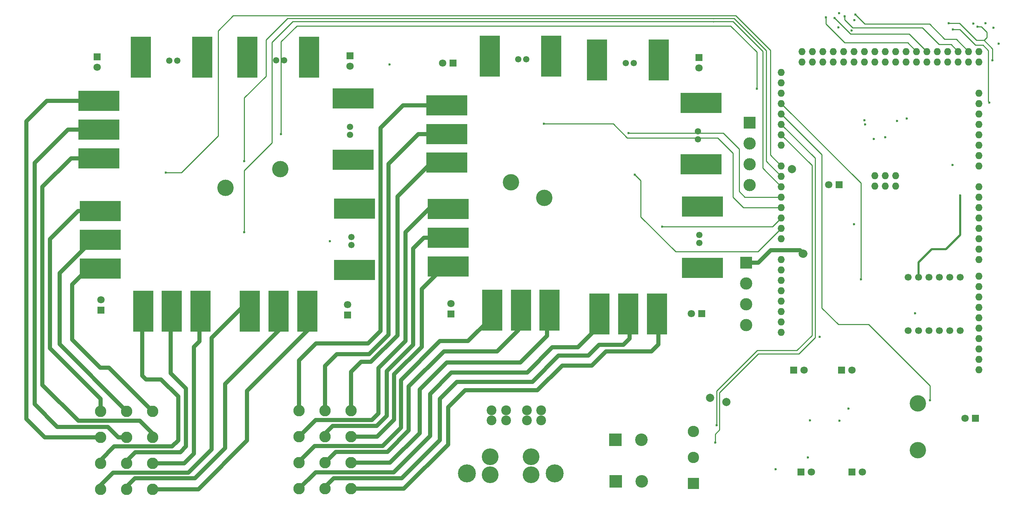
<source format=gbr>
G04 #@! TF.GenerationSoftware,KiCad,Pcbnew,5.1.2-f72e74a~84~ubuntu16.04.1*
G04 #@! TF.CreationDate,2019-05-07T21:52:54+05:30*
G04 #@! TF.ProjectId,MasterPcb,4d617374-6572-4506-9362-2e6b69636164,rev?*
G04 #@! TF.SameCoordinates,Original*
G04 #@! TF.FileFunction,Copper,L3,Inr*
G04 #@! TF.FilePolarity,Positive*
%FSLAX46Y46*%
G04 Gerber Fmt 4.6, Leading zero omitted, Abs format (unit mm)*
G04 Created by KiCad (PCBNEW 5.1.2-f72e74a~84~ubuntu16.04.1) date 2019-05-07 21:52:54*
%MOMM*%
%LPD*%
G04 APERTURE LIST*
%ADD10C,1.550000*%
%ADD11R,5.000000X10.000000*%
%ADD12R,1.800000X1.800000*%
%ADD13C,1.800000*%
%ADD14R,2.775000X2.775000*%
%ADD15C,2.775000*%
%ADD16C,3.000000*%
%ADD17R,3.000000X3.000000*%
%ADD18C,2.790000*%
%ADD19R,3.075000X3.075000*%
%ADD20C,3.075000*%
%ADD21C,4.100000*%
%ADD22C,4.400000*%
%ADD23O,1.727200X1.727200*%
%ADD24C,1.700000*%
%ADD25C,2.400000*%
%ADD26R,10.000000X5.000000*%
%ADD27C,2.000000*%
%ADD28C,0.600000*%
%ADD29C,4.000000*%
%ADD30C,0.250000*%
%ADD31C,0.500000*%
%ADD32C,1.000000*%
%ADD33C,2.000000*%
G04 APERTURE END LIST*
D10*
X85362400Y-32721600D03*
X83412400Y-32721600D03*
D11*
X91052400Y-94001600D03*
X84052400Y-94001600D03*
X77052400Y-94001600D03*
X91452400Y-31951600D03*
X76452400Y-31951600D03*
D12*
X223977200Y-133350000D03*
D13*
X226517200Y-133350000D03*
D12*
X209804000Y-108458000D03*
D13*
X212344000Y-108458000D03*
D12*
X186690000Y-32054800D03*
D13*
X186690000Y-34594800D03*
D12*
X100888800Y-94996000D03*
D13*
X100888800Y-92456000D03*
D12*
X221437200Y-108458000D03*
D13*
X223977200Y-108458000D03*
D12*
X126136400Y-94691200D03*
D13*
X126136400Y-92151200D03*
D12*
X101447600Y-31597600D03*
D13*
X101447600Y-34137600D03*
D12*
X211582000Y-133350000D03*
D13*
X214122000Y-133350000D03*
D12*
X126644400Y-33426400D03*
D13*
X124104400Y-33426400D03*
D12*
X39776400Y-31902400D03*
D13*
X39776400Y-34442400D03*
D12*
X220827600Y-63144400D03*
D13*
X218287600Y-63144400D03*
D12*
X187299600Y-94589600D03*
D13*
X184759600Y-94589600D03*
D12*
X40690800Y-93776800D03*
D13*
X40690800Y-91236800D03*
D12*
X254116600Y-120183800D03*
D13*
X251576600Y-120183800D03*
D14*
X185318400Y-136093200D03*
D15*
X185318400Y-129743200D03*
X185318400Y-123393200D03*
D16*
X198983600Y-53086000D03*
X198983600Y-58166000D03*
D17*
X198983600Y-48006000D03*
D16*
X198983600Y-63246000D03*
D18*
X101752400Y-118364000D03*
X95402400Y-118364000D03*
X89052400Y-118364000D03*
X101752400Y-124714000D03*
X95402400Y-124714000D03*
X89052400Y-124714000D03*
X101752400Y-131064000D03*
X95402400Y-131064000D03*
X89052400Y-131064000D03*
X101752400Y-137414000D03*
X95402400Y-137414000D03*
X89052400Y-137414000D03*
D19*
X166370000Y-135636000D03*
D20*
X172720000Y-135636000D03*
D18*
X53289200Y-118465600D03*
X46939200Y-118465600D03*
X40589200Y-118465600D03*
X53289200Y-124815600D03*
X46939200Y-124815600D03*
X40589200Y-124815600D03*
X53289200Y-131165600D03*
X46939200Y-131165600D03*
X40589200Y-131165600D03*
X53289200Y-137515600D03*
X46939200Y-137515600D03*
X40589200Y-137515600D03*
D19*
X166268400Y-125476000D03*
D20*
X172618400Y-125476000D03*
D16*
X198170800Y-87223600D03*
X198170800Y-92303600D03*
D17*
X198170800Y-82143600D03*
D16*
X198170800Y-97383600D03*
D21*
X145716000Y-129610000D03*
X145716000Y-134010000D03*
X135716000Y-129610000D03*
X135716000Y-134010000D03*
D22*
X129986000Y-133660000D03*
X151446000Y-133660000D03*
D23*
X229616000Y-63474600D03*
X229616000Y-60934600D03*
X232156000Y-60934600D03*
X232156000Y-63474600D03*
X234696000Y-60934600D03*
X206756000Y-76301600D03*
X206756000Y-81381600D03*
X206756000Y-83921600D03*
X206756000Y-86461600D03*
X206756000Y-89001600D03*
X206756000Y-91541600D03*
X206756000Y-94081600D03*
X206756000Y-96621600D03*
X255016000Y-40741600D03*
X255016000Y-43281600D03*
X255016000Y-45821600D03*
X255016000Y-48361600D03*
X255016000Y-50901600D03*
X255016000Y-53441600D03*
X255016000Y-55981600D03*
X255016000Y-58521600D03*
X255016000Y-63601600D03*
X255016000Y-66141600D03*
X255016000Y-68681600D03*
X255016000Y-71221600D03*
X255016000Y-73761600D03*
X255016000Y-76301600D03*
X255016000Y-78841600D03*
X255016000Y-81381600D03*
X255016000Y-100685600D03*
X255016000Y-85445600D03*
X255016000Y-87985600D03*
X255016000Y-90525600D03*
X255016000Y-108305600D03*
X255016000Y-105765600D03*
X255016000Y-103225600D03*
X255016000Y-98145600D03*
X255016000Y-95605600D03*
X255016000Y-93065600D03*
X206756000Y-99161600D03*
X206756000Y-73761600D03*
X206756000Y-71221600D03*
X206756000Y-68681600D03*
X206756000Y-66141600D03*
X206756000Y-63601600D03*
X206756000Y-61061600D03*
X206756000Y-58521600D03*
X206756000Y-53441600D03*
X206756000Y-50901600D03*
X206756000Y-48361600D03*
X206756000Y-45821600D03*
X206756000Y-43281600D03*
X206756000Y-40741600D03*
X206756000Y-38201600D03*
X206756000Y-35661600D03*
X255016000Y-33121600D03*
X255016000Y-30581600D03*
X252476000Y-33121600D03*
X252476000Y-30581600D03*
X249936000Y-33121600D03*
X249936000Y-30581600D03*
X247396000Y-33121600D03*
X247396000Y-30581600D03*
X244856000Y-33121600D03*
X244856000Y-30581600D03*
X242316000Y-33121600D03*
X242316000Y-30581600D03*
X239776000Y-33121600D03*
X239776000Y-30581600D03*
X237236000Y-33121600D03*
X237236000Y-30581600D03*
X234696000Y-33121600D03*
X234696000Y-30581600D03*
X232156000Y-33121600D03*
X232156000Y-30581600D03*
X229616000Y-33121600D03*
X229616000Y-30581600D03*
X227076000Y-33121600D03*
X227076000Y-30581600D03*
X224536000Y-33121600D03*
X224536000Y-30581600D03*
X221996000Y-33121600D03*
X221996000Y-30581600D03*
X219456000Y-33121600D03*
X219456000Y-30581600D03*
X216916000Y-33121600D03*
X216916000Y-30581600D03*
X214376000Y-33121600D03*
X214376000Y-30581600D03*
X211836000Y-33121600D03*
X211836000Y-30581600D03*
X234696000Y-63474600D03*
D24*
X237693200Y-98750400D03*
X240233200Y-98750400D03*
X245313200Y-98750400D03*
X242773200Y-98750400D03*
X250393200Y-98750400D03*
X247853200Y-98750400D03*
X247853200Y-85750400D03*
X250393200Y-85750400D03*
X242773200Y-85750400D03*
X245313200Y-85750400D03*
X240233200Y-85750400D03*
X237693200Y-85750400D03*
D25*
X148127600Y-118231600D03*
X148127600Y-120731600D03*
X144627600Y-118231600D03*
X144627600Y-120731600D03*
X139547600Y-118231600D03*
X139547600Y-120731600D03*
X136047600Y-118231600D03*
X136047600Y-120731600D03*
D10*
X59302000Y-32772400D03*
X57352000Y-32772400D03*
D11*
X64992000Y-94052400D03*
X57992000Y-94052400D03*
X50992000Y-94052400D03*
X65392000Y-32002400D03*
X50392000Y-32002400D03*
D10*
X101492000Y-50965200D03*
X101492000Y-49015200D03*
D26*
X40212000Y-56655200D03*
X40212000Y-49655200D03*
X40212000Y-42655200D03*
X102262000Y-57055200D03*
X102262000Y-42055200D03*
D10*
X101796800Y-77889200D03*
X101796800Y-75939200D03*
D26*
X40516800Y-83579200D03*
X40516800Y-76579200D03*
X40516800Y-69579200D03*
X102566800Y-83979200D03*
X102566800Y-68979200D03*
D10*
X144493600Y-32467600D03*
X142543600Y-32467600D03*
D11*
X150183600Y-93747600D03*
X143183600Y-93747600D03*
X136183600Y-93747600D03*
X150583600Y-31697600D03*
X135583600Y-31697600D03*
D10*
X170706400Y-33382000D03*
X168756400Y-33382000D03*
D11*
X176396400Y-94662000D03*
X169396400Y-94662000D03*
X162396400Y-94662000D03*
X176796400Y-32612000D03*
X161796400Y-32612000D03*
D10*
X186378800Y-52032000D03*
X186378800Y-50082000D03*
D26*
X125098800Y-57722000D03*
X125098800Y-50722000D03*
X125098800Y-43722000D03*
X187148800Y-58122000D03*
X187148800Y-43122000D03*
D10*
X186734400Y-77381200D03*
X186734400Y-75431200D03*
D26*
X125454400Y-83071200D03*
X125454400Y-76071200D03*
X125454400Y-69071200D03*
X187504400Y-83471200D03*
X187504400Y-68471200D03*
D27*
X189382400Y-115214400D03*
D28*
X248513600Y-58318400D03*
X258267200Y-32715200D03*
X258572000Y-24790400D03*
X213258400Y-129794000D03*
X220980000Y-120751600D03*
X224536000Y-72796400D03*
X254609600Y-24485600D03*
X247599200Y-23672800D03*
X213737800Y-120700800D03*
X205384400Y-132638800D03*
D27*
X193326000Y-116179600D03*
D29*
X240080800Y-116535200D03*
X84480400Y-59334400D03*
X148894800Y-66344800D03*
X140766800Y-62534800D03*
X71120000Y-63906400D03*
D28*
X250444000Y-65786000D03*
X216103200Y-100279200D03*
X239369600Y-94538800D03*
X223113600Y-117856000D03*
X237388400Y-46939200D03*
D27*
X209365600Y-59315600D03*
D28*
X235000800Y-47548800D03*
X232105200Y-51562000D03*
X229362000Y-51933600D03*
X227177600Y-48361600D03*
X227025200Y-47396400D03*
D27*
X211937600Y-79959200D03*
D28*
X170992800Y-60655200D03*
X177647600Y-73406000D03*
X148793200Y-48260000D03*
X169468800Y-50495200D03*
X75641200Y-74726800D03*
X75692000Y-57404000D03*
X56489600Y-60198000D03*
X200761600Y-39674800D03*
X84632800Y-50800000D03*
X256590800Y-23672800D03*
X259791200Y-28651200D03*
X248615200Y-25196800D03*
X257505200Y-43027600D03*
X191008000Y-121869200D03*
X190601600Y-126085600D03*
D29*
X240080800Y-127965200D03*
D28*
X243078000Y-115824000D03*
X226212400Y-86207600D03*
X224840800Y-21590000D03*
X222250000Y-21996400D03*
X253593600Y-23723600D03*
X220675200Y-24688800D03*
X224586800Y-22910800D03*
X220827600Y-21234400D03*
X223926400Y-25450800D03*
X217627200Y-22199600D03*
X219760800Y-22402800D03*
X111150400Y-33782000D03*
X96570800Y-76962000D03*
D30*
X256235200Y-27838400D02*
X256946400Y-27127200D01*
X255574800Y-24485600D02*
X254609600Y-24485600D01*
X256946400Y-25857200D02*
X255574800Y-24485600D01*
X256946400Y-27127200D02*
X256946400Y-25857200D01*
X247599200Y-23672800D02*
X250240800Y-23672800D01*
X258318000Y-29921200D02*
X258318000Y-32766000D01*
X256235200Y-27838400D02*
X258318000Y-29921200D01*
X254406400Y-27838400D02*
X256235200Y-27838400D01*
X250240800Y-23672800D02*
X254406400Y-27838400D01*
D31*
X250444000Y-75387200D02*
X250444000Y-65786000D01*
X246938800Y-78892400D02*
X250444000Y-75387200D01*
X243433600Y-78892400D02*
X246938800Y-78892400D01*
X240233200Y-82092800D02*
X243433600Y-78892400D01*
X240233200Y-85750400D02*
X240233200Y-82092800D01*
D32*
X101752400Y-118364000D02*
X101752400Y-108864400D01*
X101752400Y-108864400D02*
X104190800Y-106426000D01*
X104190800Y-106426000D02*
X106578400Y-106426000D01*
X106578400Y-106426000D02*
X113080800Y-99923600D01*
X113080800Y-99923600D02*
X113080800Y-65989200D01*
X113080800Y-65989200D02*
X121348000Y-57722000D01*
X121348000Y-57722000D02*
X128098800Y-57722000D01*
X128098800Y-50722000D02*
X118184400Y-50722000D01*
X118184400Y-50722000D02*
X110896400Y-58010000D01*
X110896400Y-58010000D02*
X110896400Y-99822000D01*
X110896400Y-99822000D02*
X106172000Y-104546400D01*
X106172000Y-104546400D02*
X98298000Y-104546400D01*
X98298000Y-104546400D02*
X95402400Y-107442000D01*
X95402400Y-107442000D02*
X95402400Y-118364000D01*
X89052400Y-118364000D02*
X89052400Y-106019600D01*
X89052400Y-106019600D02*
X93167200Y-101904800D01*
X93167200Y-101904800D02*
X105918000Y-101904800D01*
X105918000Y-101904800D02*
X108966000Y-98856800D01*
X108966000Y-98856800D02*
X108966000Y-49225200D01*
X108966000Y-49225200D02*
X114469200Y-43722000D01*
X114469200Y-43722000D02*
X128098800Y-43722000D01*
X128454400Y-83071200D02*
X124548400Y-83071200D01*
X124548400Y-83071200D02*
X118973600Y-88646000D01*
X118973600Y-88646000D02*
X118973600Y-102717600D01*
X118973600Y-102717600D02*
X112268000Y-109423200D01*
X112268000Y-109423200D02*
X112268000Y-120548400D01*
X112268000Y-120548400D02*
X108102400Y-124714000D01*
X108102400Y-124714000D02*
X101752400Y-124714000D01*
X95402400Y-124714000D02*
X95402400Y-123952000D01*
X95402400Y-123952000D02*
X97282000Y-122072400D01*
X97282000Y-122072400D02*
X108000800Y-122072400D01*
X108000800Y-122072400D02*
X110439200Y-119634000D01*
X110439200Y-119634000D02*
X110439200Y-108661200D01*
X110439200Y-108661200D02*
X116890800Y-102209600D01*
X116890800Y-102209600D02*
X116890800Y-78689200D01*
X116890800Y-78689200D02*
X119508800Y-76071200D01*
X119508800Y-76071200D02*
X128454400Y-76071200D01*
X128454400Y-69071200D02*
X120666800Y-69071200D01*
X120666800Y-69071200D02*
X115011200Y-74726800D01*
X115011200Y-74726800D02*
X115011200Y-101346000D01*
X115011200Y-101346000D02*
X108458000Y-107899200D01*
X108458000Y-107899200D02*
X108458000Y-118973600D01*
X108458000Y-118973600D02*
X106781600Y-120650000D01*
X106781600Y-120650000D02*
X93116400Y-120650000D01*
X93116400Y-120650000D02*
X89052400Y-124714000D01*
X101752400Y-131064000D02*
X111252000Y-131064000D01*
X111252000Y-131064000D02*
X118465600Y-123850400D01*
X118465600Y-123850400D02*
X118465600Y-113131600D01*
X118465600Y-113131600D02*
X125069600Y-106527600D01*
X125069600Y-106527600D02*
X143052800Y-106527600D01*
X143052800Y-106527600D02*
X149568600Y-100011800D01*
X149568600Y-100011800D02*
X149568600Y-91636600D01*
X142568600Y-91636600D02*
X142568600Y-98680600D01*
X142568600Y-98680600D02*
X137414000Y-103835200D01*
X137414000Y-103835200D02*
X124409200Y-103835200D01*
X124409200Y-103835200D02*
X115824000Y-112420400D01*
X115824000Y-112420400D02*
X115824000Y-123190000D01*
X115824000Y-123190000D02*
X110591600Y-128422400D01*
X110591600Y-128422400D02*
X98044000Y-128422400D01*
X98044000Y-128422400D02*
X95402400Y-131064000D01*
X89052400Y-131064000D02*
X89052400Y-130759200D01*
X89052400Y-130759200D02*
X92862400Y-126949200D01*
X92862400Y-126949200D02*
X109423200Y-126949200D01*
X109423200Y-126949200D02*
X113893600Y-122478800D01*
X113893600Y-122478800D02*
X113893600Y-110845600D01*
X113893600Y-110845600D02*
X123444000Y-101295200D01*
X123444000Y-101295200D02*
X130302000Y-101295200D01*
X130302000Y-101295200D02*
X135568600Y-96028600D01*
X135568600Y-96028600D02*
X135568600Y-91636600D01*
X114604800Y-137414000D02*
X101752400Y-137414000D01*
X176721200Y-91916000D02*
X176721200Y-102146800D01*
X176721200Y-102146800D02*
X175056800Y-103811200D01*
X175056800Y-103811200D02*
X163955600Y-103811200D01*
X163955600Y-103811200D02*
X160477200Y-107289600D01*
X160477200Y-107289600D02*
X153263600Y-107289600D01*
X153263600Y-107289600D02*
X147218400Y-113334800D01*
X147218400Y-113334800D02*
X129590800Y-113334800D01*
X129590800Y-113334800D02*
X125425200Y-117500400D01*
X125425200Y-117500400D02*
X125425200Y-126593600D01*
X125425200Y-126593600D02*
X114604800Y-137414000D01*
X95402400Y-137414000D02*
X95402400Y-136956800D01*
X95402400Y-136956800D02*
X97536000Y-134823200D01*
X97536000Y-134823200D02*
X114096800Y-134823200D01*
X114096800Y-134823200D02*
X123393200Y-125526800D01*
X123393200Y-125526800D02*
X123393200Y-115468400D01*
X123393200Y-115468400D02*
X127558800Y-111302800D01*
X127558800Y-111302800D02*
X145999200Y-111302800D01*
X145999200Y-111302800D02*
X152400000Y-104902000D01*
X152400000Y-104902000D02*
X159664400Y-104902000D01*
X159664400Y-104902000D02*
X162306000Y-102260400D01*
X162306000Y-102260400D02*
X168198800Y-102260400D01*
X168198800Y-102260400D02*
X169721200Y-100738000D01*
X169721200Y-100738000D02*
X169721200Y-91916000D01*
X162721200Y-91916000D02*
X162721200Y-97222400D01*
X162721200Y-97222400D02*
X157073600Y-102870000D01*
X157073600Y-102870000D02*
X150876000Y-102870000D01*
X150876000Y-102870000D02*
X144729200Y-109016800D01*
X144729200Y-109016800D02*
X126238000Y-109016800D01*
X126238000Y-109016800D02*
X121005600Y-114249200D01*
X121005600Y-114249200D02*
X121005600Y-124510800D01*
X121005600Y-124510800D02*
X112115600Y-133400800D01*
X112115600Y-133400800D02*
X93065600Y-133400800D01*
X93065600Y-133400800D02*
X89052400Y-137414000D01*
X53289200Y-118465600D02*
X42672000Y-107848400D01*
X33629600Y-87477600D02*
X37528000Y-83579200D01*
X33629600Y-100990400D02*
X33629600Y-87477600D01*
X40487600Y-107848400D02*
X33629600Y-100990400D01*
X42672000Y-107848400D02*
X40487600Y-107848400D01*
X37528000Y-83579200D02*
X43516800Y-83579200D01*
X46939200Y-118465600D02*
X30581600Y-102108000D01*
X30581600Y-102108000D02*
X30581600Y-84734400D01*
X30581600Y-84734400D02*
X38736800Y-76579200D01*
X38736800Y-76579200D02*
X43516800Y-76579200D01*
X40589200Y-118465600D02*
X40589200Y-115468400D01*
X35068800Y-69579200D02*
X43516800Y-69579200D01*
X28244800Y-76403200D02*
X35068800Y-69579200D01*
X28244800Y-103124000D02*
X28244800Y-76403200D01*
X40589200Y-115468400D02*
X28244800Y-103124000D01*
X35153600Y-120802400D02*
X26416000Y-112064800D01*
X26416000Y-112064800D02*
X26416000Y-63652400D01*
X26416000Y-63652400D02*
X33413200Y-56655200D01*
X33413200Y-56655200D02*
X43212000Y-56655200D01*
X53289200Y-124815600D02*
X53289200Y-123952000D01*
X53289200Y-123952000D02*
X50139600Y-120802400D01*
X50139600Y-120802400D02*
X35153600Y-120802400D01*
X43148000Y-56591200D02*
X43212000Y-56655200D01*
X43212000Y-49655200D02*
X32640800Y-49655200D01*
X32640800Y-49655200D02*
X24485600Y-57810400D01*
X24485600Y-57810400D02*
X24485600Y-116738400D01*
X24485600Y-116738400D02*
X30022800Y-122275600D01*
X30022800Y-122275600D02*
X42418000Y-122275600D01*
X42418000Y-122275600D02*
X44958000Y-124815600D01*
X44958000Y-124815600D02*
X46939200Y-124815600D01*
X46939200Y-124815600D02*
X46888400Y-124815600D01*
X40589200Y-124815600D02*
X26974800Y-124815600D01*
X27499600Y-42655200D02*
X43212000Y-42655200D01*
X22504400Y-47650400D02*
X27499600Y-42655200D01*
X22504400Y-120345200D02*
X22504400Y-47650400D01*
X26974800Y-124815600D02*
X22504400Y-120345200D01*
X53289200Y-131165600D02*
X61010800Y-131165600D01*
X61010800Y-131165600D02*
X63347600Y-128828800D01*
X63347600Y-128828800D02*
X63347600Y-102768400D01*
X64719200Y-101396800D02*
X64719200Y-91192800D01*
X63347600Y-102768400D02*
X64719200Y-101396800D01*
X64719200Y-91192800D02*
X64732600Y-91179400D01*
X46939200Y-131165600D02*
X46939200Y-130606800D01*
X46939200Y-130606800D02*
X49072800Y-128473200D01*
X57732600Y-109193000D02*
X57732600Y-91179400D01*
X61468000Y-112928400D02*
X57732600Y-109193000D01*
X61468000Y-127050800D02*
X61468000Y-112928400D01*
X60045600Y-128473200D02*
X61468000Y-127050800D01*
X49072800Y-128473200D02*
X60045600Y-128473200D01*
X40589200Y-131165600D02*
X40589200Y-130403600D01*
X40589200Y-130403600D02*
X43942000Y-127050800D01*
X50732600Y-109762200D02*
X50732600Y-91179400D01*
X51663600Y-110693200D02*
X50732600Y-109762200D01*
X55372000Y-110693200D02*
X51663600Y-110693200D01*
X59537600Y-114858800D02*
X55372000Y-110693200D01*
X59537600Y-125577600D02*
X59537600Y-114858800D01*
X58064400Y-127050800D02*
X59537600Y-125577600D01*
X43942000Y-127050800D02*
X58064400Y-127050800D01*
X53289200Y-137515600D02*
X64465200Y-137515600D01*
X64465200Y-137515600D02*
X76352400Y-125628400D01*
X76352400Y-113538000D02*
X91174000Y-98716400D01*
X76352400Y-125628400D02*
X76352400Y-113538000D01*
X91174000Y-98716400D02*
X91174000Y-91052400D01*
X46939200Y-137515600D02*
X46939200Y-136906000D01*
X46939200Y-136906000D02*
X49022000Y-134823200D01*
X70967600Y-111810800D02*
X84174000Y-98604400D01*
X70967600Y-127508000D02*
X70967600Y-111810800D01*
X63652400Y-134823200D02*
X70967600Y-127508000D01*
X49022000Y-134823200D02*
X63652400Y-134823200D01*
X84174000Y-98604400D02*
X84174000Y-91052400D01*
X40589200Y-137515600D02*
X40589200Y-136499600D01*
X40589200Y-136499600D02*
X43637200Y-133451600D01*
X67665600Y-100560800D02*
X77174000Y-91052400D01*
X67665600Y-127812800D02*
X67665600Y-100560800D01*
X62026800Y-133451600D02*
X67665600Y-127812800D01*
X43637200Y-133451600D02*
X62026800Y-133451600D01*
D33*
X212090000Y-79959200D02*
X212098598Y-79959200D01*
D32*
X198170800Y-82143600D02*
X201168000Y-82143600D01*
X211277200Y-79146400D02*
X212090000Y-79959200D01*
X204165200Y-79146400D02*
X211277200Y-79146400D01*
X201168000Y-82143600D02*
X204165200Y-79146400D01*
D30*
X172415200Y-70967600D02*
X172415200Y-62077600D01*
X172415200Y-62077600D02*
X170992800Y-60655200D01*
X172415200Y-70967600D02*
X180949600Y-79502000D01*
X180949600Y-79502000D02*
X201015600Y-79502000D01*
X201015600Y-79502000D02*
X206756000Y-73761600D01*
X177647600Y-73406000D02*
X204571600Y-73406000D01*
X204571600Y-73406000D02*
X206756000Y-71221600D01*
X148793200Y-48260000D02*
X165709600Y-48260000D01*
X197510400Y-68681600D02*
X206756000Y-68681600D01*
X194970400Y-66141600D02*
X197510400Y-68681600D01*
X194970400Y-55422800D02*
X194970400Y-66141600D01*
X191262000Y-51714400D02*
X194970400Y-55422800D01*
X169164000Y-51714400D02*
X191262000Y-51714400D01*
X165709600Y-48260000D02*
X169164000Y-51714400D01*
X169468800Y-50495200D02*
X192582800Y-50495200D01*
X197866000Y-66141600D02*
X206756000Y-66141600D01*
X196494400Y-64770000D02*
X197866000Y-66141600D01*
X196494400Y-54406800D02*
X196494400Y-64770000D01*
X192582800Y-50495200D02*
X196494400Y-54406800D01*
X190144400Y-23266400D02*
X194970400Y-23266400D01*
X202234800Y-59080400D02*
X206756000Y-63601600D01*
X202234800Y-30530800D02*
X202234800Y-59080400D01*
X194970400Y-23266400D02*
X202234800Y-30530800D01*
X105003600Y-23266400D02*
X190144400Y-23266400D01*
X75641200Y-59639200D02*
X82397600Y-52882800D01*
X82397600Y-52882800D02*
X82397600Y-28346400D01*
X82397600Y-28346400D02*
X87477600Y-23266400D01*
X87477600Y-23266400D02*
X105003600Y-23266400D01*
X75641200Y-74726800D02*
X75641200Y-59639200D01*
X190144400Y-23266400D02*
X190195200Y-23317200D01*
X190195200Y-22504400D02*
X195224400Y-22504400D01*
X203098400Y-57404000D02*
X206756000Y-61061600D01*
X203098400Y-30378400D02*
X203098400Y-57404000D01*
X195224400Y-22504400D02*
X203098400Y-30378400D01*
X104902000Y-22504400D02*
X190195200Y-22504400D01*
X190195200Y-22504400D02*
X190246000Y-22555200D01*
X75692000Y-57404000D02*
X75692000Y-41910000D01*
X86207600Y-22504400D02*
X104902000Y-22504400D01*
X104902000Y-22504400D02*
X105003600Y-22504400D01*
X80975200Y-27736800D02*
X86207600Y-22504400D01*
X80975200Y-36626800D02*
X80975200Y-27736800D01*
X75692000Y-41910000D02*
X80975200Y-36626800D01*
X190347600Y-21844000D02*
X195630800Y-21844000D01*
X56489600Y-60198000D02*
X60299600Y-60198000D01*
X72948800Y-21844000D02*
X105257600Y-21844000D01*
X69291200Y-25501600D02*
X72948800Y-21844000D01*
X69291200Y-51206400D02*
X69291200Y-25501600D01*
X60299600Y-60198000D02*
X69291200Y-51206400D01*
X190347600Y-21844000D02*
X105257600Y-21844000D01*
X204063600Y-55829200D02*
X206756000Y-58521600D01*
X204063600Y-30276800D02*
X204063600Y-55829200D01*
X195630800Y-21844000D02*
X204063600Y-30276800D01*
X194360800Y-24333200D02*
X200761600Y-30734000D01*
X200761600Y-30734000D02*
X200761600Y-39674800D01*
X104749600Y-24333200D02*
X189890400Y-24333200D01*
X189890400Y-24333200D02*
X194360800Y-24333200D01*
X84632800Y-50800000D02*
X84632800Y-28194000D01*
X88493600Y-24333200D02*
X104749600Y-24333200D01*
X104749600Y-24333200D02*
X104800400Y-24333200D01*
X84632800Y-28194000D02*
X88493600Y-24333200D01*
X257302000Y-42824400D02*
X257505200Y-43027600D01*
X257302000Y-42316400D02*
X257302000Y-42824400D01*
X250291600Y-25196800D02*
X254101600Y-29006800D01*
X254101600Y-29006800D02*
X255981200Y-29006800D01*
X255981200Y-29006800D02*
X257302000Y-30327600D01*
X257302000Y-30327600D02*
X257302000Y-42316400D01*
X248615200Y-25196800D02*
X250291600Y-25196800D01*
X191008000Y-121869200D02*
X191008000Y-113538000D01*
X214223600Y-58369200D02*
X206756000Y-50901600D01*
X214223600Y-99923600D02*
X214223600Y-58369200D01*
X210515200Y-103632000D02*
X214223600Y-99923600D01*
X200914000Y-103632000D02*
X210515200Y-103632000D01*
X191008000Y-113538000D02*
X200914000Y-103632000D01*
X215036400Y-56642000D02*
X206756000Y-48361600D01*
X215036400Y-100431600D02*
X215036400Y-56642000D01*
X211023200Y-104444800D02*
X215036400Y-100431600D01*
X201168000Y-104444800D02*
X211023200Y-104444800D01*
X191668400Y-113944400D02*
X201168000Y-104444800D01*
X191668400Y-122986800D02*
X191668400Y-113944400D01*
X190601600Y-124053600D02*
X191668400Y-122986800D01*
X190601600Y-126085600D02*
X190601600Y-124053600D01*
X243078000Y-115824000D02*
X243078000Y-112268000D01*
X216662000Y-55727600D02*
X206756000Y-45821600D01*
X216662000Y-93268800D02*
X216662000Y-55727600D01*
X220675200Y-97282000D02*
X216662000Y-93268800D01*
X228092000Y-97282000D02*
X220675200Y-97282000D01*
X243078000Y-112268000D02*
X228092000Y-97282000D01*
X226212400Y-86207600D02*
X226212400Y-62738000D01*
X226212400Y-62738000D02*
X206756000Y-43281600D01*
X224840800Y-21590000D02*
X227126800Y-23876000D01*
X249478800Y-27584400D02*
X252476000Y-30581600D01*
X246634000Y-27584400D02*
X249478800Y-27584400D01*
X242925600Y-23876000D02*
X246634000Y-27584400D01*
X227126800Y-23876000D02*
X242925600Y-23876000D01*
X222250000Y-21996400D02*
X222250000Y-22860000D01*
X248208800Y-28854400D02*
X249936000Y-30581600D01*
X245262400Y-28854400D02*
X248208800Y-28854400D01*
X241198400Y-24790400D02*
X245262400Y-28854400D01*
X224180400Y-24790400D02*
X241198400Y-24790400D01*
X222250000Y-22860000D02*
X224180400Y-24790400D01*
X237642400Y-28448000D02*
X239776000Y-30581600D01*
X222199200Y-28448000D02*
X237642400Y-28448000D01*
X217627200Y-23876000D02*
X222199200Y-28448000D01*
X217627200Y-22199600D02*
X217627200Y-23876000D01*
X223621600Y-26263600D02*
X237998000Y-26263600D01*
X242316000Y-30581600D02*
X237998000Y-26263600D01*
X219760800Y-22402800D02*
X223621600Y-26263600D01*
M02*

</source>
